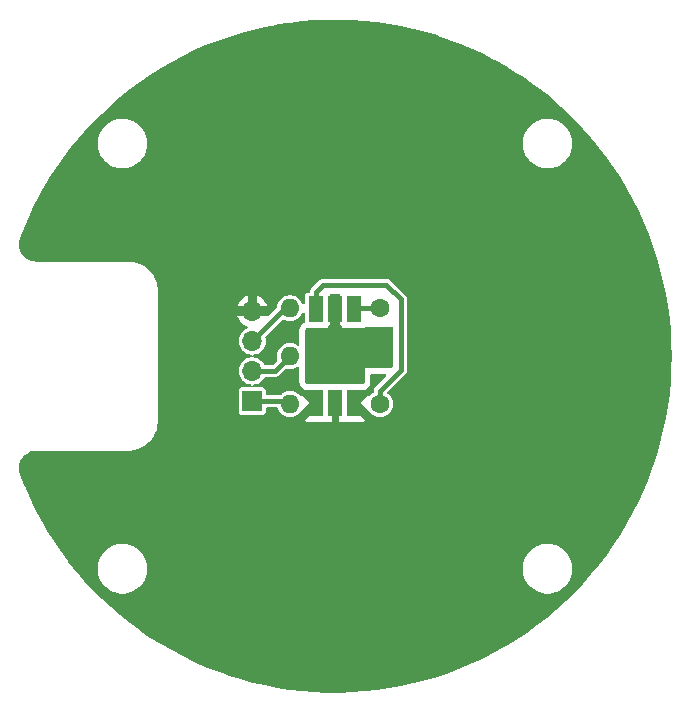
<source format=gbr>
%TF.GenerationSoftware,KiCad,Pcbnew,9.0.0*%
%TF.CreationDate,2025-07-28T18:14:09+09:00*%
%TF.ProjectId,UmiusiThrusterLEDUnit,556d6975-7369-4546-9872-75737465724c,01*%
%TF.SameCoordinates,Original*%
%TF.FileFunction,Copper,L1,Top*%
%TF.FilePolarity,Positive*%
%FSLAX46Y46*%
G04 Gerber Fmt 4.6, Leading zero omitted, Abs format (unit mm)*
G04 Created by KiCad (PCBNEW 9.0.0) date 2025-07-28 18:14:09*
%MOMM*%
%LPD*%
G01*
G04 APERTURE LIST*
%TA.AperFunction,SMDPad,CuDef*%
%ADD10R,1.300000X2.200000*%
%TD*%
%TA.AperFunction,SMDPad,CuDef*%
%ADD11R,4.400000X4.400000*%
%TD*%
%TA.AperFunction,ComponentPad*%
%ADD12R,1.700000X1.700000*%
%TD*%
%TA.AperFunction,ComponentPad*%
%ADD13O,1.700000X1.700000*%
%TD*%
%TA.AperFunction,ComponentPad*%
%ADD14C,1.600000*%
%TD*%
%TA.AperFunction,ComponentPad*%
%ADD15O,1.600000X1.600000*%
%TD*%
%TA.AperFunction,ViaPad*%
%ADD16C,0.600000*%
%TD*%
%TA.AperFunction,Conductor*%
%ADD17C,0.400000*%
%TD*%
%TA.AperFunction,Conductor*%
%ADD18C,0.600000*%
%TD*%
%TA.AperFunction,Conductor*%
%ADD19C,0.200000*%
%TD*%
G04 APERTURE END LIST*
D10*
%TO.P,D1,1,GA*%
%TO.N,Net-(D1-GA)*%
X56400000Y-58050000D03*
%TO.P,D1,2,RA*%
%TO.N,Net-(D1-PAD)*%
X58000000Y-58050000D03*
%TO.P,D1,3,BA*%
%TO.N,Net-(D1-BA)*%
X59600000Y-58050000D03*
%TO.P,D1,4,BK*%
%TO.N,GND*%
X59600000Y-65950000D03*
%TO.P,D1,5,RK*%
X58000000Y-65950000D03*
%TO.P,D1,6,GK*%
X56400000Y-65950000D03*
D11*
%TO.P,D1,7,PAD*%
%TO.N,Net-(D1-PAD)*%
X58000000Y-62000000D03*
%TD*%
D12*
%TO.P,J1,1,Pin_1*%
%TO.N,G_LED*%
X51000000Y-65800000D03*
D13*
%TO.P,J1,2,Pin_2*%
%TO.N,R_LED*%
X51000000Y-63260000D03*
%TO.P,J1,3,Pin_3*%
%TO.N,B_LED*%
X51000000Y-60720000D03*
%TO.P,J1,4,Pin_4*%
%TO.N,GND*%
X51000000Y-58180000D03*
%TD*%
D14*
%TO.P,R1,1*%
%TO.N,Net-(D1-GA)*%
X61810000Y-66050000D03*
D15*
%TO.P,R1,2*%
%TO.N,G_LED*%
X54190000Y-66050000D03*
%TD*%
D14*
%TO.P,R2,1*%
%TO.N,Net-(D1-PAD)*%
X61810000Y-62000000D03*
D15*
%TO.P,R2,2*%
%TO.N,R_LED*%
X54190000Y-62000000D03*
%TD*%
D14*
%TO.P,R3,1*%
%TO.N,Net-(D1-BA)*%
X61810000Y-57950000D03*
D15*
%TO.P,R3,2*%
%TO.N,B_LED*%
X54190000Y-57950000D03*
%TD*%
D16*
%TO.N,GND*%
X63000000Y-47000000D03*
X58000000Y-77000000D03*
X53000000Y-72000000D03*
X78000000Y-77000000D03*
X68000000Y-52000000D03*
X68000000Y-62000000D03*
X48000000Y-72000000D03*
X63000000Y-42000000D03*
X68000000Y-72000000D03*
X63000000Y-77000000D03*
X54000000Y-60000000D03*
X78000000Y-47000000D03*
X38000000Y-47000000D03*
X48000000Y-87000000D03*
X33000000Y-52000000D03*
X43000000Y-72000000D03*
X73000000Y-77000000D03*
X53000000Y-37000000D03*
X73000000Y-57000000D03*
X53000000Y-52000000D03*
X53000000Y-82000000D03*
X78000000Y-57000000D03*
X63000000Y-87000000D03*
X43000000Y-47000000D03*
X68000000Y-42000000D03*
X78000000Y-72000000D03*
X53000000Y-47000000D03*
X58000000Y-72000000D03*
X83000000Y-57000000D03*
X73000000Y-62000000D03*
X68000000Y-47000000D03*
X68000000Y-37000000D03*
X83000000Y-62000000D03*
X73000000Y-67000000D03*
X53000000Y-42000000D03*
X58000000Y-42000000D03*
X73000000Y-72000000D03*
X48000000Y-52000000D03*
X78000000Y-62000000D03*
X58000000Y-52000000D03*
X58000000Y-87000000D03*
X68000000Y-87000000D03*
X43000000Y-82000000D03*
X68000000Y-57000000D03*
X63000000Y-82000000D03*
X48000000Y-47000000D03*
X73000000Y-82000000D03*
X33000000Y-72000000D03*
X83000000Y-52000000D03*
X48000000Y-82000000D03*
X48000000Y-42000000D03*
X53000000Y-77000000D03*
X43000000Y-52000000D03*
X43000000Y-77000000D03*
X68000000Y-67000000D03*
X58000000Y-82000000D03*
X73000000Y-42000000D03*
X38000000Y-77000000D03*
X78000000Y-67000000D03*
X83000000Y-72000000D03*
X43000000Y-42000000D03*
X83000000Y-67000000D03*
X58000000Y-37000000D03*
X53000000Y-87000000D03*
X68000000Y-77000000D03*
X48000000Y-37000000D03*
X68000000Y-82000000D03*
X48000000Y-77000000D03*
X54000000Y-64250000D03*
X73000000Y-47000000D03*
X78000000Y-52000000D03*
X58000000Y-47000000D03*
X63000000Y-37000000D03*
X63000000Y-72000000D03*
X63000000Y-52000000D03*
X38000000Y-52000000D03*
X73000000Y-52000000D03*
X38000000Y-72000000D03*
%TD*%
D17*
%TO.N,Net-(D1-GA)*%
X62355585Y-55950000D02*
X57000000Y-55950000D01*
X57000000Y-55950000D02*
X56400000Y-56550000D01*
X61810000Y-66050000D02*
X61810000Y-64940000D01*
X63610000Y-63140000D02*
X63610000Y-57204415D01*
X56400000Y-56550000D02*
X56400000Y-58050000D01*
X61810000Y-64940000D02*
X63610000Y-63140000D01*
X63610000Y-57204415D02*
X62355585Y-55950000D01*
D18*
%TO.N,GND*%
X58000000Y-65950000D02*
X58000000Y-68000000D01*
D17*
%TO.N,Net-(D1-BA)*%
X59700000Y-57950000D02*
X59600000Y-58050000D01*
X61810000Y-57950000D02*
X59700000Y-57950000D01*
D19*
X61810000Y-57950000D02*
X61810000Y-57910000D01*
D17*
%TO.N,G_LED*%
X51000000Y-65800000D02*
X53940000Y-65800000D01*
X53940000Y-65800000D02*
X54190000Y-66050000D01*
%TO.N,R_LED*%
X52930000Y-63260000D02*
X54190000Y-62000000D01*
X51000000Y-63260000D02*
X52930000Y-63260000D01*
%TO.N,B_LED*%
X51000000Y-60720000D02*
X53770000Y-57950000D01*
X53770000Y-57950000D02*
X54190000Y-57950000D01*
%TD*%
%TA.AperFunction,Conductor*%
%TO.N,Net-(D1-PAD)*%
G36*
X58394849Y-56769685D02*
G01*
X58440604Y-56822489D01*
X58451099Y-56887256D01*
X58449500Y-56902119D01*
X58449500Y-59197870D01*
X58449501Y-59197876D01*
X58455908Y-59257483D01*
X58506202Y-59392328D01*
X58506206Y-59392335D01*
X58592452Y-59507544D01*
X58592455Y-59507547D01*
X58707664Y-59593793D01*
X58707671Y-59593797D01*
X58842517Y-59644091D01*
X58842516Y-59644091D01*
X58849444Y-59644835D01*
X58902127Y-59650500D01*
X60297872Y-59650499D01*
X60357483Y-59644091D01*
X60492331Y-59593796D01*
X60584586Y-59524733D01*
X60650050Y-59500316D01*
X60658897Y-59500000D01*
X62785500Y-59500000D01*
X62852539Y-59519685D01*
X62898294Y-59572489D01*
X62909500Y-59624000D01*
X62909500Y-62798481D01*
X62900855Y-62827921D01*
X62894332Y-62857908D01*
X62890577Y-62862923D01*
X62889815Y-62865520D01*
X62873181Y-62886162D01*
X62795662Y-62963681D01*
X62734339Y-62997166D01*
X62707981Y-63000000D01*
X60500000Y-63000000D01*
X60500000Y-64233185D01*
X60480315Y-64300224D01*
X60427511Y-64345979D01*
X60362746Y-64356475D01*
X60357483Y-64355909D01*
X60297873Y-64349500D01*
X60297865Y-64349500D01*
X58902129Y-64349500D01*
X58902123Y-64349501D01*
X58842520Y-64355908D01*
X58834974Y-64357692D01*
X58834628Y-64356230D01*
X58773622Y-64360584D01*
X58758600Y-64356172D01*
X58757482Y-64355908D01*
X58697883Y-64349501D01*
X58697881Y-64349500D01*
X58697873Y-64349500D01*
X58697864Y-64349500D01*
X57302129Y-64349500D01*
X57302123Y-64349501D01*
X57242520Y-64355908D01*
X57234974Y-64357692D01*
X57234628Y-64356230D01*
X57173622Y-64360584D01*
X57158600Y-64356172D01*
X57157482Y-64355908D01*
X57097883Y-64349501D01*
X57097881Y-64349500D01*
X57097873Y-64349500D01*
X57097864Y-64349500D01*
X55702129Y-64349500D01*
X55702120Y-64349501D01*
X55637252Y-64356474D01*
X55568493Y-64344067D01*
X55517357Y-64296455D01*
X55500000Y-64233184D01*
X55500000Y-59766814D01*
X55519685Y-59699775D01*
X55572489Y-59654020D01*
X55637256Y-59643525D01*
X55642515Y-59644090D01*
X55642517Y-59644091D01*
X55702127Y-59650500D01*
X57097872Y-59650499D01*
X57157483Y-59644091D01*
X57292331Y-59593796D01*
X57407546Y-59507546D01*
X57493796Y-59392331D01*
X57544091Y-59257483D01*
X57550500Y-59197873D01*
X57550499Y-56902128D01*
X57548900Y-56887253D01*
X57561306Y-56818495D01*
X57608917Y-56767358D01*
X57672190Y-56750000D01*
X58327810Y-56750000D01*
X58394849Y-56769685D01*
G37*
%TD.AperFunction*%
%TD*%
%TA.AperFunction,Conductor*%
%TO.N,GND*%
G36*
X55388761Y-58310674D02*
G01*
X55436377Y-58361805D01*
X55449500Y-58417323D01*
X55449500Y-59075843D01*
X55429815Y-59142882D01*
X55377011Y-59188637D01*
X55363394Y-59193785D01*
X55362493Y-59194201D01*
X55241462Y-59271984D01*
X55241451Y-59271993D01*
X55188659Y-59317737D01*
X55094433Y-59426478D01*
X55094430Y-59426482D01*
X55034664Y-59557348D01*
X55014976Y-59624396D01*
X54994500Y-59766815D01*
X54994500Y-60980846D01*
X54974815Y-61047885D01*
X54922011Y-61093640D01*
X54852853Y-61103584D01*
X54797615Y-61081165D01*
X54766787Y-61058767D01*
X54612447Y-60980128D01*
X54612446Y-60980127D01*
X54612445Y-60980127D01*
X54447701Y-60926598D01*
X54447699Y-60926597D01*
X54447698Y-60926597D01*
X54316271Y-60905781D01*
X54276611Y-60899500D01*
X54103389Y-60899500D01*
X54063728Y-60905781D01*
X53932302Y-60926597D01*
X53767552Y-60980128D01*
X53613211Y-61058768D01*
X53582385Y-61081165D01*
X53473072Y-61160586D01*
X53473070Y-61160588D01*
X53473069Y-61160588D01*
X53350588Y-61283069D01*
X53350588Y-61283070D01*
X53350586Y-61283072D01*
X53321581Y-61322994D01*
X53248768Y-61423211D01*
X53170128Y-61577552D01*
X53116597Y-61742302D01*
X53089500Y-61913389D01*
X53089500Y-62086610D01*
X53116597Y-62257697D01*
X53119576Y-62266866D01*
X53121568Y-62336707D01*
X53089324Y-62392860D01*
X52759003Y-62723182D01*
X52697682Y-62756666D01*
X52671324Y-62759500D01*
X52112207Y-62759500D01*
X52045168Y-62739815D01*
X52001722Y-62691795D01*
X51983996Y-62657006D01*
X51970396Y-62638287D01*
X51877558Y-62510505D01*
X51877554Y-62510500D01*
X51749499Y-62382445D01*
X51749494Y-62382441D01*
X51602997Y-62276006D01*
X51602996Y-62276005D01*
X51602994Y-62276004D01*
X51551300Y-62249664D01*
X51441639Y-62193788D01*
X51441636Y-62193787D01*
X51269410Y-62137829D01*
X51109321Y-62112473D01*
X51046186Y-62082544D01*
X51009255Y-62023232D01*
X51010253Y-61953370D01*
X51048863Y-61895137D01*
X51109321Y-61867527D01*
X51179425Y-61856422D01*
X51269409Y-61842171D01*
X51441639Y-61786211D01*
X51602994Y-61703996D01*
X51749501Y-61597553D01*
X51877553Y-61469501D01*
X51983996Y-61322994D01*
X52066211Y-61161639D01*
X52066553Y-61160588D01*
X52099635Y-61058768D01*
X52122171Y-60989409D01*
X52136765Y-60897259D01*
X52150500Y-60810551D01*
X52150500Y-60629448D01*
X52134019Y-60525397D01*
X52122171Y-60450591D01*
X52122169Y-60450586D01*
X52122169Y-60450583D01*
X52110106Y-60413458D01*
X52108109Y-60343617D01*
X52140353Y-60287459D01*
X53498744Y-58929068D01*
X53560065Y-58895585D01*
X53629757Y-58900569D01*
X53642717Y-58906266D01*
X53767192Y-58969688D01*
X53767555Y-58969873D01*
X53932299Y-59023402D01*
X54103389Y-59050500D01*
X54103390Y-59050500D01*
X54276610Y-59050500D01*
X54276611Y-59050500D01*
X54447701Y-59023402D01*
X54612445Y-58969873D01*
X54766788Y-58891232D01*
X54906928Y-58789414D01*
X55029414Y-58666928D01*
X55131232Y-58526788D01*
X55209873Y-58372445D01*
X55209878Y-58372428D01*
X55210933Y-58369884D01*
X55211599Y-58369056D01*
X55212085Y-58368104D01*
X55212284Y-58368205D01*
X55254768Y-58315475D01*
X55321060Y-58293403D01*
X55388761Y-58310674D01*
G37*
%TD.AperFunction*%
%TA.AperFunction,Conductor*%
G36*
X58368547Y-33502926D02*
G01*
X59420553Y-33535969D01*
X59425132Y-33536198D01*
X60475211Y-33608233D01*
X60479696Y-33608624D01*
X61526377Y-33719552D01*
X61530915Y-33720118D01*
X62572756Y-33869785D01*
X62577248Y-33870516D01*
X63612877Y-34058727D01*
X63617311Y-34059619D01*
X64645190Y-34286095D01*
X64649578Y-34287147D01*
X65668428Y-34551607D01*
X65672764Y-34552818D01*
X66681080Y-34854873D01*
X66685426Y-34856264D01*
X66976899Y-34955499D01*
X67681736Y-35195467D01*
X67686062Y-35197029D01*
X68669205Y-35572984D01*
X68673404Y-35574680D01*
X69641887Y-35986821D01*
X69646050Y-35988684D01*
X70598610Y-36436470D01*
X70602649Y-36438461D01*
X71314616Y-36805980D01*
X71537962Y-36921272D01*
X71541982Y-36923442D01*
X72458723Y-37440595D01*
X72462606Y-37442881D01*
X72816961Y-37660486D01*
X73359534Y-37993673D01*
X73363403Y-37996148D01*
X73626400Y-38171406D01*
X74239259Y-38579805D01*
X74243038Y-38582426D01*
X75096636Y-39198157D01*
X75100316Y-39200917D01*
X75930483Y-39847871D01*
X75934058Y-39850765D01*
X76739663Y-40528064D01*
X76743128Y-40531089D01*
X77523082Y-41237818D01*
X77526432Y-41240968D01*
X78279637Y-41976130D01*
X78282867Y-41979403D01*
X78540038Y-42249751D01*
X79008252Y-42741954D01*
X79011360Y-42745344D01*
X79708007Y-43534317D01*
X79710987Y-43537821D01*
X79914510Y-43786313D01*
X80377889Y-44352079D01*
X80380701Y-44355645D01*
X81016968Y-45194101D01*
X81019675Y-45197809D01*
X81201882Y-45457373D01*
X81624392Y-46059262D01*
X81626964Y-46063075D01*
X82199309Y-46946348D01*
X82201738Y-46950254D01*
X82740924Y-47854129D01*
X82743207Y-47858122D01*
X83248515Y-48781396D01*
X83250648Y-48785471D01*
X83721367Y-49726847D01*
X83723347Y-49730998D01*
X84158827Y-50689174D01*
X84160652Y-50693396D01*
X84560297Y-51667063D01*
X84561964Y-51671349D01*
X84925230Y-52659177D01*
X84926737Y-52663523D01*
X85253113Y-53664125D01*
X85254458Y-53668523D01*
X85543505Y-54680552D01*
X85544686Y-54684997D01*
X85796005Y-55707060D01*
X85797020Y-55711546D01*
X86010261Y-56742216D01*
X86011109Y-56746737D01*
X86185978Y-57784593D01*
X86186658Y-57789142D01*
X86322918Y-58832781D01*
X86323429Y-58837351D01*
X86420893Y-59885330D01*
X86421234Y-59889917D01*
X86479765Y-60940775D01*
X86479936Y-60945371D01*
X86499456Y-61997700D01*
X86499456Y-62002300D01*
X86479936Y-63054628D01*
X86479765Y-63059224D01*
X86421234Y-64110082D01*
X86420893Y-64114669D01*
X86323429Y-65162648D01*
X86322918Y-65167218D01*
X86186658Y-66210857D01*
X86185978Y-66215406D01*
X86011109Y-67253262D01*
X86010261Y-67257783D01*
X85797020Y-68288453D01*
X85796005Y-68292939D01*
X85544686Y-69315002D01*
X85543505Y-69319447D01*
X85254458Y-70331476D01*
X85253113Y-70335874D01*
X84926737Y-71336476D01*
X84925230Y-71340822D01*
X84561964Y-72328650D01*
X84560297Y-72332936D01*
X84160652Y-73306603D01*
X84158827Y-73310825D01*
X83723347Y-74269001D01*
X83721367Y-74273152D01*
X83250648Y-75214528D01*
X83248515Y-75218603D01*
X82743207Y-76141877D01*
X82740924Y-76145870D01*
X82201738Y-77049745D01*
X82199309Y-77053651D01*
X81626964Y-77936924D01*
X81624392Y-77940737D01*
X81019680Y-78802183D01*
X81016968Y-78805898D01*
X80380719Y-79644332D01*
X80377871Y-79647943D01*
X79710987Y-80462178D01*
X79708007Y-80465682D01*
X79011360Y-81254655D01*
X79008252Y-81258045D01*
X78282868Y-82020595D01*
X78279637Y-82023869D01*
X77526432Y-82759031D01*
X77523082Y-82762181D01*
X76743128Y-83468910D01*
X76739663Y-83471935D01*
X75934058Y-84149234D01*
X75930483Y-84152128D01*
X75100316Y-84799082D01*
X75096636Y-84801842D01*
X74243038Y-85417573D01*
X74239259Y-85420194D01*
X73363408Y-86003847D01*
X73359534Y-86006326D01*
X72462626Y-86557106D01*
X72458683Y-86559427D01*
X71978406Y-86830362D01*
X71542009Y-87076542D01*
X71537962Y-87078727D01*
X70602692Y-87561517D01*
X70598567Y-87563550D01*
X69646067Y-88011307D01*
X69641869Y-88013186D01*
X68673437Y-88425305D01*
X68669172Y-88427028D01*
X67686062Y-88802970D01*
X67681736Y-88804532D01*
X66685443Y-89143729D01*
X66681063Y-89145131D01*
X65672811Y-89447167D01*
X65668381Y-89448405D01*
X64649620Y-89712842D01*
X64645147Y-89713914D01*
X63617349Y-89940372D01*
X63612840Y-89941279D01*
X62577272Y-90129479D01*
X62572732Y-90130217D01*
X61530928Y-90279879D01*
X61526364Y-90280448D01*
X60479745Y-90391370D01*
X60475163Y-90391770D01*
X59425139Y-90463800D01*
X59420546Y-90464030D01*
X58368554Y-90497072D01*
X58363955Y-90497131D01*
X57311491Y-90491138D01*
X57306893Y-90491027D01*
X56255344Y-90446005D01*
X56250753Y-90445723D01*
X55201613Y-90361735D01*
X55197036Y-90361283D01*
X54151716Y-90238444D01*
X54147159Y-90237822D01*
X53107144Y-90076306D01*
X53102613Y-90075516D01*
X52069304Y-89875541D01*
X52064805Y-89874584D01*
X51039584Y-89636418D01*
X51035124Y-89635294D01*
X50019478Y-89359281D01*
X50015063Y-89357993D01*
X49010340Y-89044500D01*
X49005975Y-89043049D01*
X48509764Y-88867778D01*
X48013537Y-88692500D01*
X48009264Y-88690901D01*
X47030512Y-88303789D01*
X47026275Y-88302022D01*
X46062590Y-87878896D01*
X46058413Y-87876969D01*
X45111077Y-87418392D01*
X45106976Y-87416312D01*
X44177274Y-86922906D01*
X44173293Y-86920698D01*
X43262502Y-86393138D01*
X43258579Y-86390767D01*
X42368030Y-85829824D01*
X42364184Y-85827301D01*
X41768092Y-85420194D01*
X41495026Y-85233700D01*
X41491283Y-85231041D01*
X40908523Y-84800501D01*
X40644762Y-84605635D01*
X40641115Y-84602835D01*
X39818344Y-83946443D01*
X39814803Y-83943508D01*
X39016980Y-83257092D01*
X39013549Y-83254028D01*
X38241698Y-82538464D01*
X38238384Y-82535275D01*
X37493629Y-81791608D01*
X37490435Y-81788299D01*
X36773745Y-81017494D01*
X36770676Y-81014068D01*
X36083071Y-80217224D01*
X36080131Y-80213686D01*
X35857725Y-79935739D01*
X35798987Y-79862332D01*
X37899500Y-79862332D01*
X37899500Y-80137667D01*
X37899501Y-80137684D01*
X37935438Y-80410655D01*
X37935439Y-80410660D01*
X37935440Y-80410666D01*
X37956343Y-80488676D01*
X38006704Y-80676630D01*
X38112075Y-80931017D01*
X38112080Y-80931028D01*
X38161030Y-81015810D01*
X38249751Y-81169479D01*
X38249753Y-81169482D01*
X38249754Y-81169483D01*
X38417370Y-81387926D01*
X38417376Y-81387933D01*
X38612066Y-81582623D01*
X38612072Y-81582628D01*
X38830521Y-81750249D01*
X38983778Y-81838732D01*
X39068971Y-81887919D01*
X39068976Y-81887921D01*
X39068979Y-81887923D01*
X39323368Y-81993295D01*
X39589334Y-82064560D01*
X39862326Y-82100500D01*
X39862333Y-82100500D01*
X40137667Y-82100500D01*
X40137674Y-82100500D01*
X40410666Y-82064560D01*
X40676632Y-81993295D01*
X40931021Y-81887923D01*
X41169479Y-81750249D01*
X41387928Y-81582628D01*
X41582628Y-81387928D01*
X41750249Y-81169479D01*
X41887923Y-80931021D01*
X41993295Y-80676632D01*
X42064560Y-80410666D01*
X42100500Y-80137674D01*
X42100500Y-79862332D01*
X73899500Y-79862332D01*
X73899500Y-80137667D01*
X73899501Y-80137684D01*
X73935438Y-80410655D01*
X73935439Y-80410660D01*
X73935440Y-80410666D01*
X73956343Y-80488676D01*
X74006704Y-80676630D01*
X74112075Y-80931017D01*
X74112080Y-80931028D01*
X74161030Y-81015810D01*
X74249751Y-81169479D01*
X74249753Y-81169482D01*
X74249754Y-81169483D01*
X74417370Y-81387926D01*
X74417376Y-81387933D01*
X74612066Y-81582623D01*
X74612072Y-81582628D01*
X74830521Y-81750249D01*
X74983778Y-81838732D01*
X75068971Y-81887919D01*
X75068976Y-81887921D01*
X75068979Y-81887923D01*
X75323368Y-81993295D01*
X75589334Y-82064560D01*
X75862326Y-82100500D01*
X75862333Y-82100500D01*
X76137667Y-82100500D01*
X76137674Y-82100500D01*
X76410666Y-82064560D01*
X76676632Y-81993295D01*
X76931021Y-81887923D01*
X77169479Y-81750249D01*
X77387928Y-81582628D01*
X77582628Y-81387928D01*
X77750249Y-81169479D01*
X77887923Y-80931021D01*
X77993295Y-80676632D01*
X78064560Y-80410666D01*
X78100500Y-80137674D01*
X78100500Y-79862326D01*
X78064560Y-79589334D01*
X77993295Y-79323368D01*
X77887923Y-79068979D01*
X77887921Y-79068976D01*
X77887919Y-79068971D01*
X77838732Y-78983778D01*
X77750249Y-78830521D01*
X77582628Y-78612072D01*
X77582623Y-78612066D01*
X77387933Y-78417376D01*
X77387926Y-78417370D01*
X77169483Y-78249754D01*
X77169482Y-78249753D01*
X77169479Y-78249751D01*
X77074407Y-78194861D01*
X76931028Y-78112080D01*
X76931017Y-78112075D01*
X76676630Y-78006704D01*
X76543649Y-77971072D01*
X76410666Y-77935440D01*
X76410660Y-77935439D01*
X76410655Y-77935438D01*
X76137684Y-77899501D01*
X76137679Y-77899500D01*
X76137674Y-77899500D01*
X75862326Y-77899500D01*
X75862320Y-77899500D01*
X75862315Y-77899501D01*
X75589344Y-77935438D01*
X75589337Y-77935439D01*
X75589334Y-77935440D01*
X75533125Y-77950500D01*
X75323369Y-78006704D01*
X75068982Y-78112075D01*
X75068971Y-78112080D01*
X74830516Y-78249754D01*
X74612073Y-78417370D01*
X74612066Y-78417376D01*
X74417376Y-78612066D01*
X74417370Y-78612073D01*
X74249754Y-78830516D01*
X74112080Y-79068971D01*
X74112075Y-79068982D01*
X74006704Y-79323369D01*
X73935441Y-79589331D01*
X73935438Y-79589344D01*
X73899501Y-79862315D01*
X73899500Y-79862332D01*
X42100500Y-79862332D01*
X42100500Y-79862326D01*
X42064560Y-79589334D01*
X41993295Y-79323368D01*
X41887923Y-79068979D01*
X41887921Y-79068976D01*
X41887919Y-79068971D01*
X41838732Y-78983778D01*
X41750249Y-78830521D01*
X41582628Y-78612072D01*
X41582623Y-78612066D01*
X41387933Y-78417376D01*
X41387926Y-78417370D01*
X41169483Y-78249754D01*
X41169482Y-78249753D01*
X41169479Y-78249751D01*
X41074407Y-78194861D01*
X40931028Y-78112080D01*
X40931017Y-78112075D01*
X40676630Y-78006704D01*
X40543649Y-77971072D01*
X40410666Y-77935440D01*
X40410660Y-77935439D01*
X40410655Y-77935438D01*
X40137684Y-77899501D01*
X40137679Y-77899500D01*
X40137674Y-77899500D01*
X39862326Y-77899500D01*
X39862320Y-77899500D01*
X39862315Y-77899501D01*
X39589344Y-77935438D01*
X39589337Y-77935439D01*
X39589334Y-77935440D01*
X39533125Y-77950500D01*
X39323369Y-78006704D01*
X39068982Y-78112075D01*
X39068971Y-78112080D01*
X38830516Y-78249754D01*
X38612073Y-78417370D01*
X38612066Y-78417376D01*
X38417376Y-78612066D01*
X38417370Y-78612073D01*
X38249754Y-78830516D01*
X38112080Y-79068971D01*
X38112075Y-79068982D01*
X38006704Y-79323369D01*
X37935441Y-79589331D01*
X37935438Y-79589344D01*
X37899501Y-79862315D01*
X37899500Y-79862332D01*
X35798987Y-79862332D01*
X35422560Y-79391901D01*
X35419754Y-79388258D01*
X34952104Y-78757200D01*
X34793083Y-78542613D01*
X34790423Y-78538880D01*
X34707177Y-78417372D01*
X34195569Y-77670612D01*
X34193050Y-77666785D01*
X33630807Y-76777057D01*
X33628422Y-76773124D01*
X33261549Y-76141877D01*
X33099540Y-75863122D01*
X33097318Y-75859129D01*
X32602554Y-74930149D01*
X32600468Y-74926051D01*
X32140508Y-73979386D01*
X32138575Y-73975212D01*
X31714041Y-73012146D01*
X31712264Y-73007904D01*
X31663555Y-72885274D01*
X31324999Y-72032933D01*
X31321258Y-72022068D01*
X31262868Y-71822992D01*
X31259014Y-71805004D01*
X31231189Y-71602900D01*
X31230039Y-71584555D01*
X31232420Y-71380541D01*
X31233999Y-71362219D01*
X31237456Y-71340822D01*
X31266534Y-71160817D01*
X31270805Y-71142936D01*
X31332777Y-70948566D01*
X31339645Y-70931511D01*
X31429698Y-70748434D01*
X31439013Y-70732588D01*
X31555155Y-70564854D01*
X31566707Y-70550565D01*
X31706396Y-70401849D01*
X31719939Y-70389423D01*
X31880081Y-70263019D01*
X31895312Y-70252733D01*
X32072393Y-70151412D01*
X32088987Y-70143489D01*
X32279105Y-70069482D01*
X32296691Y-70064100D01*
X32495673Y-70019032D01*
X32513846Y-70016314D01*
X32721859Y-70000841D01*
X32731057Y-70000500D01*
X32792389Y-70000500D01*
X40495445Y-70000500D01*
X40495890Y-70000500D01*
X40511402Y-70000556D01*
X40642231Y-70001029D01*
X40642233Y-70001029D01*
X40642233Y-70001028D01*
X40642238Y-70001029D01*
X40943377Y-69965521D01*
X40943387Y-69965518D01*
X40943390Y-69965518D01*
X41238018Y-69893889D01*
X41238019Y-69893888D01*
X41238021Y-69893888D01*
X41521851Y-69787181D01*
X41790709Y-69646962D01*
X42040655Y-69475287D01*
X42268028Y-69274669D01*
X42469497Y-69048050D01*
X42642108Y-68798748D01*
X42783334Y-68530418D01*
X42891105Y-68246990D01*
X42963841Y-67952617D01*
X43000478Y-67651613D01*
X43000488Y-67574585D01*
X43000500Y-67574435D01*
X43000500Y-58580000D01*
X49710494Y-58580000D01*
X49748907Y-58698222D01*
X49845379Y-58887557D01*
X49970272Y-59059459D01*
X49970276Y-59059464D01*
X50120535Y-59209723D01*
X50120540Y-59209727D01*
X50292442Y-59334620D01*
X50481780Y-59431094D01*
X50510705Y-59440492D01*
X50568381Y-59479929D01*
X50595580Y-59544287D01*
X50583667Y-59613134D01*
X50536424Y-59664610D01*
X50528685Y-59668908D01*
X50397004Y-59736004D01*
X50250505Y-59842441D01*
X50250500Y-59842445D01*
X50122445Y-59970500D01*
X50122441Y-59970505D01*
X50016006Y-60117002D01*
X49933788Y-60278360D01*
X49933787Y-60278363D01*
X49877829Y-60450589D01*
X49849500Y-60629448D01*
X49849500Y-60810551D01*
X49877829Y-60989410D01*
X49933787Y-61161636D01*
X49933788Y-61161639D01*
X50016006Y-61322997D01*
X50122441Y-61469494D01*
X50122445Y-61469499D01*
X50250500Y-61597554D01*
X50250505Y-61597558D01*
X50378287Y-61690396D01*
X50397006Y-61703996D01*
X50502484Y-61757740D01*
X50558360Y-61786211D01*
X50558363Y-61786212D01*
X50644476Y-61814191D01*
X50730591Y-61842171D01*
X50803639Y-61853740D01*
X50890678Y-61867527D01*
X50953813Y-61897456D01*
X50990744Y-61956768D01*
X50989746Y-62026631D01*
X50951136Y-62084863D01*
X50890678Y-62112473D01*
X50730589Y-62137829D01*
X50558363Y-62193787D01*
X50558360Y-62193788D01*
X50397002Y-62276006D01*
X50250505Y-62382441D01*
X50250500Y-62382445D01*
X50122445Y-62510500D01*
X50122441Y-62510505D01*
X50016006Y-62657002D01*
X49933788Y-62818360D01*
X49933787Y-62818363D01*
X49877829Y-62990589D01*
X49849500Y-63169448D01*
X49849500Y-63350551D01*
X49877829Y-63529410D01*
X49933787Y-63701636D01*
X49933788Y-63701639D01*
X50016006Y-63862997D01*
X50122441Y-64009494D01*
X50122445Y-64009499D01*
X50250500Y-64137554D01*
X50250505Y-64137558D01*
X50378287Y-64230396D01*
X50397006Y-64243996D01*
X50502484Y-64297740D01*
X50558360Y-64326211D01*
X50558363Y-64326212D01*
X50644476Y-64354191D01*
X50730591Y-64382171D01*
X50834716Y-64398662D01*
X50862270Y-64403027D01*
X50925405Y-64432956D01*
X50962336Y-64492268D01*
X50961338Y-64562130D01*
X50922728Y-64620363D01*
X50858765Y-64648477D01*
X50842872Y-64649500D01*
X50105143Y-64649500D01*
X50105117Y-64649502D01*
X50080012Y-64652413D01*
X50080008Y-64652415D01*
X49977235Y-64697793D01*
X49897794Y-64777234D01*
X49852415Y-64880006D01*
X49852415Y-64880008D01*
X49849500Y-64905131D01*
X49849500Y-66694856D01*
X49849502Y-66694882D01*
X49852413Y-66719987D01*
X49852415Y-66719991D01*
X49897793Y-66822764D01*
X49897794Y-66822765D01*
X49977235Y-66902206D01*
X50080009Y-66947585D01*
X50105135Y-66950500D01*
X51894864Y-66950499D01*
X51894879Y-66950497D01*
X51894882Y-66950497D01*
X51919987Y-66947586D01*
X51919988Y-66947585D01*
X51919991Y-66947585D01*
X52022765Y-66902206D01*
X52102206Y-66822765D01*
X52147585Y-66719991D01*
X52150500Y-66694865D01*
X52150500Y-66424500D01*
X52170185Y-66357461D01*
X52222989Y-66311706D01*
X52274500Y-66300500D01*
X53024167Y-66300500D01*
X53091206Y-66320185D01*
X53136961Y-66372989D01*
X53142098Y-66386181D01*
X53170128Y-66472449D01*
X53223644Y-66577479D01*
X53248768Y-66626788D01*
X53350586Y-66766928D01*
X53473072Y-66889414D01*
X53613212Y-66991232D01*
X53767555Y-67069873D01*
X53932299Y-67123402D01*
X54103389Y-67150500D01*
X54103390Y-67150500D01*
X54276610Y-67150500D01*
X54276611Y-67150500D01*
X54447701Y-67123402D01*
X54612445Y-67069873D01*
X54766788Y-66991232D01*
X54906928Y-66889414D01*
X55029414Y-66766928D01*
X55131232Y-66626788D01*
X55138797Y-66611941D01*
X55186770Y-66561145D01*
X55235154Y-66549162D01*
X55834316Y-65950000D01*
X55834316Y-65949999D01*
X55250000Y-65365683D01*
X55188966Y-65390964D01*
X55119497Y-65398433D01*
X55057018Y-65367157D01*
X55041197Y-65349290D01*
X55029414Y-65333072D01*
X54906930Y-65210588D01*
X54906928Y-65210586D01*
X54766788Y-65108768D01*
X54612445Y-65030127D01*
X54447701Y-64976598D01*
X54447699Y-64976597D01*
X54447698Y-64976597D01*
X54316271Y-64955781D01*
X54276611Y-64949500D01*
X54103389Y-64949500D01*
X54063728Y-64955781D01*
X53932302Y-64976597D01*
X53767552Y-65030128D01*
X53613211Y-65108768D01*
X53539053Y-65162648D01*
X53473072Y-65210586D01*
X53473070Y-65210588D01*
X53473069Y-65210588D01*
X53420477Y-65263181D01*
X53359154Y-65296666D01*
X53332796Y-65299500D01*
X52274499Y-65299500D01*
X52207460Y-65279815D01*
X52161705Y-65227011D01*
X52150499Y-65175500D01*
X52150499Y-64905143D01*
X52150499Y-64905136D01*
X52148897Y-64891319D01*
X52147586Y-64880012D01*
X52147585Y-64880010D01*
X52147585Y-64880009D01*
X52102206Y-64777235D01*
X52022765Y-64697794D01*
X51987586Y-64682261D01*
X51919992Y-64652415D01*
X51894868Y-64649500D01*
X51157128Y-64649500D01*
X51090089Y-64629815D01*
X51044334Y-64577011D01*
X51034390Y-64507853D01*
X51063415Y-64444297D01*
X51122193Y-64406523D01*
X51137730Y-64403027D01*
X51161014Y-64399338D01*
X51269409Y-64382171D01*
X51441639Y-64326211D01*
X51602994Y-64243996D01*
X51749501Y-64137553D01*
X51877553Y-64009501D01*
X51983996Y-63862994D01*
X52001722Y-63828204D01*
X52049697Y-63777409D01*
X52112207Y-63760500D01*
X52995890Y-63760500D01*
X52995892Y-63760500D01*
X53123186Y-63726392D01*
X53237314Y-63660500D01*
X53797138Y-63100674D01*
X53858461Y-63067190D01*
X53923136Y-63070424D01*
X53932299Y-63073402D01*
X54103389Y-63100500D01*
X54103390Y-63100500D01*
X54276610Y-63100500D01*
X54276611Y-63100500D01*
X54447701Y-63073402D01*
X54612445Y-63019873D01*
X54766788Y-62941232D01*
X54771897Y-62937519D01*
X54797614Y-62918836D01*
X54863420Y-62895355D01*
X54931474Y-62911180D01*
X54980169Y-62961285D01*
X54994500Y-63019153D01*
X54994500Y-64233181D01*
X54994501Y-64233197D01*
X55012509Y-64366903D01*
X55012513Y-64366925D01*
X55029865Y-64430179D01*
X55029867Y-64430186D01*
X55029868Y-64430187D01*
X55082613Y-64554384D01*
X55082615Y-64554386D01*
X55172890Y-64666419D01*
X55222415Y-64712530D01*
X55223598Y-64713671D01*
X55224016Y-64714021D01*
X55224026Y-64714030D01*
X55224028Y-64714032D01*
X55342213Y-64796093D01*
X55478729Y-64841533D01*
X55478731Y-64841533D01*
X55478733Y-64841534D01*
X55497191Y-64844864D01*
X55547488Y-64853940D01*
X55547491Y-64853941D01*
X55691280Y-64859078D01*
X55729216Y-64855000D01*
X55819322Y-64855000D01*
X55886361Y-64874685D01*
X55907003Y-64891319D01*
X56595161Y-65579477D01*
X56628646Y-65640800D01*
X56623662Y-65710492D01*
X56595161Y-65754839D01*
X56400000Y-65950000D01*
X56595160Y-66145160D01*
X56628645Y-66206483D01*
X56623661Y-66276175D01*
X56595160Y-66320522D01*
X55458968Y-67456714D01*
X55507909Y-67493351D01*
X55642623Y-67543597D01*
X55642627Y-67543598D01*
X55702155Y-67549999D01*
X55702172Y-67550000D01*
X57097828Y-67550000D01*
X57097844Y-67549999D01*
X57157377Y-67543597D01*
X57164933Y-67541813D01*
X57165272Y-67543250D01*
X57226342Y-67538874D01*
X57241633Y-67543364D01*
X57242622Y-67543597D01*
X57302155Y-67549999D01*
X57302172Y-67550000D01*
X58697828Y-67550000D01*
X58697844Y-67549999D01*
X58757377Y-67543597D01*
X58764933Y-67541813D01*
X58765272Y-67543250D01*
X58826342Y-67538874D01*
X58841633Y-67543364D01*
X58842622Y-67543597D01*
X58902155Y-67549999D01*
X58902172Y-67550000D01*
X60297828Y-67550000D01*
X60297844Y-67549999D01*
X60357372Y-67543598D01*
X60357376Y-67543597D01*
X60492090Y-67493352D01*
X60541029Y-67456713D01*
X59404839Y-66320523D01*
X59371354Y-66259200D01*
X59376338Y-66189508D01*
X59404839Y-66145161D01*
X59600000Y-65950000D01*
X59404839Y-65754839D01*
X59371354Y-65693516D01*
X59376338Y-65623824D01*
X59404839Y-65579477D01*
X60092997Y-64891319D01*
X60119924Y-64876615D01*
X60145743Y-64860023D01*
X60151943Y-64859131D01*
X60154320Y-64857834D01*
X60180678Y-64855000D01*
X60264135Y-64855000D01*
X60277390Y-64855710D01*
X60308707Y-64859078D01*
X60443614Y-64855465D01*
X60508379Y-64844969D01*
X60637504Y-64805798D01*
X60758543Y-64728010D01*
X60811347Y-64682255D01*
X60905567Y-64573521D01*
X60965338Y-64442644D01*
X60985023Y-64375605D01*
X60985024Y-64375601D01*
X61005500Y-64233185D01*
X61005500Y-63629500D01*
X61025185Y-63562461D01*
X61077989Y-63516706D01*
X61129500Y-63505500D01*
X62237324Y-63505500D01*
X62304363Y-63525185D01*
X62350118Y-63577989D01*
X62360062Y-63647147D01*
X62331037Y-63710703D01*
X62325005Y-63717181D01*
X61409502Y-64632683D01*
X61409500Y-64632686D01*
X61343608Y-64746812D01*
X61309500Y-64874108D01*
X61309500Y-64993909D01*
X61289815Y-65060948D01*
X61241801Y-65104391D01*
X61233212Y-65108767D01*
X61159053Y-65162648D01*
X61093072Y-65210586D01*
X61093070Y-65210588D01*
X61093069Y-65210588D01*
X60970585Y-65333072D01*
X60958800Y-65349293D01*
X60903468Y-65391956D01*
X60833854Y-65397932D01*
X60811033Y-65390964D01*
X60749999Y-65365683D01*
X60165684Y-65949999D01*
X60165684Y-65950000D01*
X60762940Y-66547257D01*
X60772732Y-66546205D01*
X60835212Y-66577479D01*
X60861200Y-66611937D01*
X60868766Y-66626785D01*
X60868768Y-66626788D01*
X60970586Y-66766928D01*
X61093072Y-66889414D01*
X61233212Y-66991232D01*
X61387555Y-67069873D01*
X61552299Y-67123402D01*
X61723389Y-67150500D01*
X61723390Y-67150500D01*
X61896610Y-67150500D01*
X61896611Y-67150500D01*
X62067701Y-67123402D01*
X62232445Y-67069873D01*
X62386788Y-66991232D01*
X62526928Y-66889414D01*
X62649414Y-66766928D01*
X62751232Y-66626788D01*
X62829873Y-66472445D01*
X62883402Y-66307701D01*
X62910500Y-66136611D01*
X62910500Y-65963389D01*
X62883402Y-65792299D01*
X62829873Y-65627555D01*
X62751232Y-65473212D01*
X62649414Y-65333072D01*
X62526928Y-65210586D01*
X62482383Y-65178222D01*
X62439718Y-65122893D01*
X62433739Y-65053280D01*
X62466344Y-64991485D01*
X62467510Y-64990302D01*
X64010499Y-63447315D01*
X64076392Y-63333186D01*
X64110500Y-63205893D01*
X64110500Y-63074108D01*
X64110500Y-57138523D01*
X64076392Y-57011229D01*
X64010500Y-56897101D01*
X63917314Y-56803915D01*
X62662899Y-55549500D01*
X62605835Y-55516554D01*
X62548772Y-55483608D01*
X62485124Y-55466554D01*
X62421477Y-55449500D01*
X57065892Y-55449500D01*
X56934107Y-55449500D01*
X56806812Y-55483608D01*
X56692686Y-55549500D01*
X56692683Y-55549502D01*
X55999502Y-56242683D01*
X55999500Y-56242686D01*
X55933608Y-56356812D01*
X55899500Y-56484108D01*
X55899500Y-56525500D01*
X55879815Y-56592539D01*
X55827011Y-56638294D01*
X55775502Y-56649500D01*
X55705143Y-56649500D01*
X55705118Y-56649502D01*
X55680011Y-56652414D01*
X55680008Y-56652415D01*
X55577235Y-56697793D01*
X55497794Y-56777234D01*
X55452415Y-56880006D01*
X55452415Y-56880008D01*
X55449500Y-56905131D01*
X55449500Y-57482676D01*
X55429815Y-57549715D01*
X55377011Y-57595470D01*
X55307853Y-57605414D01*
X55244297Y-57576389D01*
X55212180Y-57531847D01*
X55212085Y-57531896D01*
X55211769Y-57531277D01*
X55210936Y-57530121D01*
X55209874Y-57527556D01*
X55141243Y-57392860D01*
X55131232Y-57373212D01*
X55029414Y-57233072D01*
X54906928Y-57110586D01*
X54766788Y-57008768D01*
X54612445Y-56930127D01*
X54447701Y-56876598D01*
X54447699Y-56876597D01*
X54447698Y-56876597D01*
X54316271Y-56855781D01*
X54276611Y-56849500D01*
X54103389Y-56849500D01*
X54063728Y-56855781D01*
X53932302Y-56876597D01*
X53767552Y-56930128D01*
X53613211Y-57008768D01*
X53533256Y-57066859D01*
X53473072Y-57110586D01*
X53473070Y-57110588D01*
X53473069Y-57110588D01*
X53350588Y-57233069D01*
X53350588Y-57233070D01*
X53350586Y-57233072D01*
X53306859Y-57293256D01*
X53248768Y-57373211D01*
X53170128Y-57527552D01*
X53116597Y-57692302D01*
X53089500Y-57863389D01*
X53089500Y-57871323D01*
X53069815Y-57938362D01*
X53053181Y-57959004D01*
X52452207Y-58559976D01*
X52390884Y-58593461D01*
X52321192Y-58588477D01*
X52309868Y-58580000D01*
X51307106Y-58580000D01*
X51400099Y-58487007D01*
X51465925Y-58372993D01*
X51500000Y-58245826D01*
X51500000Y-58114174D01*
X51465925Y-57987007D01*
X51400099Y-57872993D01*
X51307106Y-57780000D01*
X51400000Y-57780000D01*
X52289506Y-57780000D01*
X52289505Y-57779999D01*
X52251092Y-57661777D01*
X52154620Y-57472442D01*
X52029727Y-57300540D01*
X52029723Y-57300535D01*
X51879464Y-57150276D01*
X51879459Y-57150272D01*
X51707557Y-57025379D01*
X51518222Y-56928907D01*
X51400000Y-56890494D01*
X51400000Y-57780000D01*
X51307106Y-57780000D01*
X51307007Y-57779901D01*
X51192993Y-57714075D01*
X51065826Y-57680000D01*
X50934174Y-57680000D01*
X50807007Y-57714075D01*
X50692993Y-57779901D01*
X50599901Y-57872993D01*
X50534075Y-57987007D01*
X50500000Y-58114174D01*
X50500000Y-58245826D01*
X50534075Y-58372993D01*
X50599901Y-58487007D01*
X50692894Y-58580000D01*
X49710494Y-58580000D01*
X43000500Y-58580000D01*
X43000500Y-57779999D01*
X49710494Y-57779999D01*
X49710494Y-57780000D01*
X50600000Y-57780000D01*
X50600000Y-56890494D01*
X50599999Y-56890494D01*
X50481777Y-56928907D01*
X50292442Y-57025379D01*
X50120540Y-57150272D01*
X50120535Y-57150276D01*
X49970276Y-57300535D01*
X49970272Y-57300540D01*
X49845379Y-57472442D01*
X49748907Y-57661777D01*
X49710494Y-57779999D01*
X43000500Y-57779999D01*
X43000500Y-56348745D01*
X42987621Y-56242683D01*
X42964037Y-56048449D01*
X42891643Y-55754735D01*
X42891642Y-55754732D01*
X42891641Y-55754728D01*
X42856523Y-55662132D01*
X42784374Y-55471889D01*
X42643793Y-55204034D01*
X42503304Y-55000500D01*
X42471954Y-54955082D01*
X42471952Y-54955080D01*
X42471951Y-54955078D01*
X42271354Y-54728650D01*
X42271351Y-54728647D01*
X42271349Y-54728645D01*
X42044932Y-54528057D01*
X42044929Y-54528055D01*
X42044927Y-54528053D01*
X41795971Y-54356210D01*
X41795970Y-54356209D01*
X41795968Y-54356208D01*
X41528121Y-54215630D01*
X41245276Y-54108360D01*
X40951553Y-54035963D01*
X40697152Y-54005073D01*
X40651258Y-53999501D01*
X40651257Y-53999500D01*
X40651249Y-53999500D01*
X40565898Y-53999500D01*
X40565897Y-53999500D01*
X32731090Y-53999500D01*
X32721891Y-53999158D01*
X32513850Y-53983682D01*
X32495657Y-53980961D01*
X32296681Y-53935894D01*
X32279091Y-53930510D01*
X32088987Y-53856507D01*
X32072395Y-53848585D01*
X31895313Y-53747262D01*
X31880072Y-53736969D01*
X31719940Y-53610572D01*
X31706392Y-53598142D01*
X31566715Y-53449438D01*
X31555155Y-53435138D01*
X31439015Y-53267406D01*
X31429694Y-53251548D01*
X31339651Y-53068493D01*
X31332779Y-53051429D01*
X31270807Y-52857059D01*
X31266535Y-52839172D01*
X31234001Y-52637775D01*
X31232423Y-52619450D01*
X31230042Y-52415442D01*
X31231192Y-52397099D01*
X31259017Y-52194992D01*
X31262871Y-52177007D01*
X31298651Y-52055021D01*
X31321271Y-51977895D01*
X31325009Y-51967041D01*
X31712274Y-50992069D01*
X31714030Y-50987878D01*
X32138581Y-50024772D01*
X32140508Y-50020613D01*
X32178313Y-49942805D01*
X32600475Y-49073932D01*
X32602554Y-49069850D01*
X32754011Y-48785471D01*
X33097332Y-48140843D01*
X33099527Y-48136900D01*
X33628431Y-47226858D01*
X33630807Y-47222942D01*
X33803126Y-46950254D01*
X34193076Y-46333173D01*
X34195552Y-46329411D01*
X34790451Y-45461079D01*
X34793064Y-45457411D01*
X35419766Y-44611724D01*
X35422546Y-44608115D01*
X36019302Y-43862332D01*
X37899500Y-43862332D01*
X37899500Y-44137667D01*
X37899501Y-44137684D01*
X37935438Y-44410655D01*
X37935439Y-44410660D01*
X37935440Y-44410666D01*
X37935441Y-44410668D01*
X38006704Y-44676630D01*
X38112075Y-44931017D01*
X38112080Y-44931028D01*
X38191809Y-45069121D01*
X38249751Y-45169479D01*
X38249753Y-45169482D01*
X38249754Y-45169483D01*
X38417370Y-45387926D01*
X38417376Y-45387933D01*
X38612066Y-45582623D01*
X38612072Y-45582628D01*
X38830521Y-45750249D01*
X38983778Y-45838732D01*
X39068971Y-45887919D01*
X39068976Y-45887921D01*
X39068979Y-45887923D01*
X39323368Y-45993295D01*
X39589334Y-46064560D01*
X39862326Y-46100500D01*
X39862333Y-46100500D01*
X40137667Y-46100500D01*
X40137674Y-46100500D01*
X40410666Y-46064560D01*
X40676632Y-45993295D01*
X40931021Y-45887923D01*
X41169479Y-45750249D01*
X41387928Y-45582628D01*
X41582628Y-45387928D01*
X41750249Y-45169479D01*
X41887923Y-44931021D01*
X41993295Y-44676632D01*
X42064560Y-44410666D01*
X42100500Y-44137674D01*
X42100500Y-43862332D01*
X73899500Y-43862332D01*
X73899500Y-44137667D01*
X73899501Y-44137684D01*
X73935438Y-44410655D01*
X73935439Y-44410660D01*
X73935440Y-44410666D01*
X73935441Y-44410668D01*
X74006704Y-44676630D01*
X74112075Y-44931017D01*
X74112080Y-44931028D01*
X74191809Y-45069121D01*
X74249751Y-45169479D01*
X74249753Y-45169482D01*
X74249754Y-45169483D01*
X74417370Y-45387926D01*
X74417376Y-45387933D01*
X74612066Y-45582623D01*
X74612072Y-45582628D01*
X74830521Y-45750249D01*
X74983778Y-45838732D01*
X75068971Y-45887919D01*
X75068976Y-45887921D01*
X75068979Y-45887923D01*
X75323368Y-45993295D01*
X75589334Y-46064560D01*
X75862326Y-46100500D01*
X75862333Y-46100500D01*
X76137667Y-46100500D01*
X76137674Y-46100500D01*
X76410666Y-46064560D01*
X76676632Y-45993295D01*
X76931021Y-45887923D01*
X77169479Y-45750249D01*
X77387928Y-45582628D01*
X77582628Y-45387928D01*
X77750249Y-45169479D01*
X77887923Y-44931021D01*
X77993295Y-44676632D01*
X78064560Y-44410666D01*
X78100500Y-44137674D01*
X78100500Y-43862326D01*
X78064560Y-43589334D01*
X77993295Y-43323368D01*
X77887923Y-43068979D01*
X77887921Y-43068976D01*
X77887919Y-43068971D01*
X77837997Y-42982505D01*
X77750249Y-42830521D01*
X77582628Y-42612072D01*
X77582623Y-42612066D01*
X77387933Y-42417376D01*
X77387926Y-42417370D01*
X77169483Y-42249754D01*
X77169482Y-42249753D01*
X77169479Y-42249751D01*
X77074407Y-42194861D01*
X76931028Y-42112080D01*
X76931017Y-42112075D01*
X76676630Y-42006704D01*
X76543649Y-41971072D01*
X76410666Y-41935440D01*
X76410660Y-41935439D01*
X76410655Y-41935438D01*
X76137684Y-41899501D01*
X76137679Y-41899500D01*
X76137674Y-41899500D01*
X75862326Y-41899500D01*
X75862320Y-41899500D01*
X75862315Y-41899501D01*
X75589344Y-41935438D01*
X75589337Y-41935439D01*
X75589334Y-41935440D01*
X75533125Y-41950500D01*
X75323369Y-42006704D01*
X75068982Y-42112075D01*
X75068971Y-42112080D01*
X74830516Y-42249754D01*
X74612073Y-42417370D01*
X74612066Y-42417376D01*
X74417376Y-42612066D01*
X74417370Y-42612073D01*
X74249754Y-42830516D01*
X74112080Y-43068971D01*
X74112075Y-43068982D01*
X74006704Y-43323369D01*
X73935441Y-43589331D01*
X73935438Y-43589344D01*
X73899501Y-43862315D01*
X73899500Y-43862332D01*
X42100500Y-43862332D01*
X42100500Y-43862326D01*
X42064560Y-43589334D01*
X41993295Y-43323368D01*
X41887923Y-43068979D01*
X41887921Y-43068976D01*
X41887919Y-43068971D01*
X41837997Y-42982505D01*
X41750249Y-42830521D01*
X41582628Y-42612072D01*
X41582623Y-42612066D01*
X41387933Y-42417376D01*
X41387926Y-42417370D01*
X41169483Y-42249754D01*
X41169482Y-42249753D01*
X41169479Y-42249751D01*
X41074407Y-42194861D01*
X40931028Y-42112080D01*
X40931017Y-42112075D01*
X40676630Y-42006704D01*
X40543649Y-41971072D01*
X40410666Y-41935440D01*
X40410660Y-41935439D01*
X40410655Y-41935438D01*
X40137684Y-41899501D01*
X40137679Y-41899500D01*
X40137674Y-41899500D01*
X39862326Y-41899500D01*
X39862320Y-41899500D01*
X39862315Y-41899501D01*
X39589344Y-41935438D01*
X39589337Y-41935439D01*
X39589334Y-41935440D01*
X39533125Y-41950500D01*
X39323369Y-42006704D01*
X39068982Y-42112075D01*
X39068971Y-42112080D01*
X38830516Y-42249754D01*
X38612073Y-42417370D01*
X38612066Y-42417376D01*
X38417376Y-42612066D01*
X38417370Y-42612073D01*
X38249754Y-42830516D01*
X38112080Y-43068971D01*
X38112075Y-43068982D01*
X38006704Y-43323369D01*
X37935441Y-43589331D01*
X37935438Y-43589344D01*
X37899501Y-43862315D01*
X37899500Y-43862332D01*
X36019302Y-43862332D01*
X36080149Y-43786290D01*
X36083075Y-43782771D01*
X36087832Y-43777258D01*
X36087833Y-43777257D01*
X36249994Y-43589334D01*
X36770694Y-42985910D01*
X36773726Y-42982525D01*
X37490445Y-42211689D01*
X37493629Y-42208391D01*
X37682488Y-42019808D01*
X38238400Y-41464707D01*
X38241681Y-41461551D01*
X39013590Y-40745933D01*
X39016938Y-40742944D01*
X39814814Y-40056481D01*
X39818344Y-40053556D01*
X40641148Y-39397137D01*
X40644728Y-39394389D01*
X41491325Y-38768927D01*
X41494990Y-38766323D01*
X42364215Y-38172677D01*
X42367998Y-38170195D01*
X43258608Y-37609214D01*
X43262462Y-37606884D01*
X44173333Y-37079278D01*
X44177236Y-37077113D01*
X45106980Y-36583684D01*
X45111050Y-36581620D01*
X46058438Y-36123018D01*
X46062564Y-36121114D01*
X47026329Y-35697954D01*
X47030466Y-35696228D01*
X48009312Y-35309079D01*
X48013490Y-35307515D01*
X49006006Y-34956939D01*
X49010309Y-34955509D01*
X50015094Y-34641996D01*
X50019447Y-34640726D01*
X51035162Y-34364695D01*
X51039547Y-34363590D01*
X52064810Y-34125413D01*
X52069298Y-34124459D01*
X53102622Y-33924481D01*
X53107135Y-33923694D01*
X54147184Y-33762173D01*
X54151690Y-33761558D01*
X55197063Y-33638713D01*
X55201585Y-33638266D01*
X56250791Y-33554273D01*
X56255306Y-33553996D01*
X57306937Y-33508970D01*
X57311446Y-33508862D01*
X58363961Y-33502868D01*
X58368547Y-33502926D01*
G37*
%TD.AperFunction*%
%TD*%
M02*

</source>
